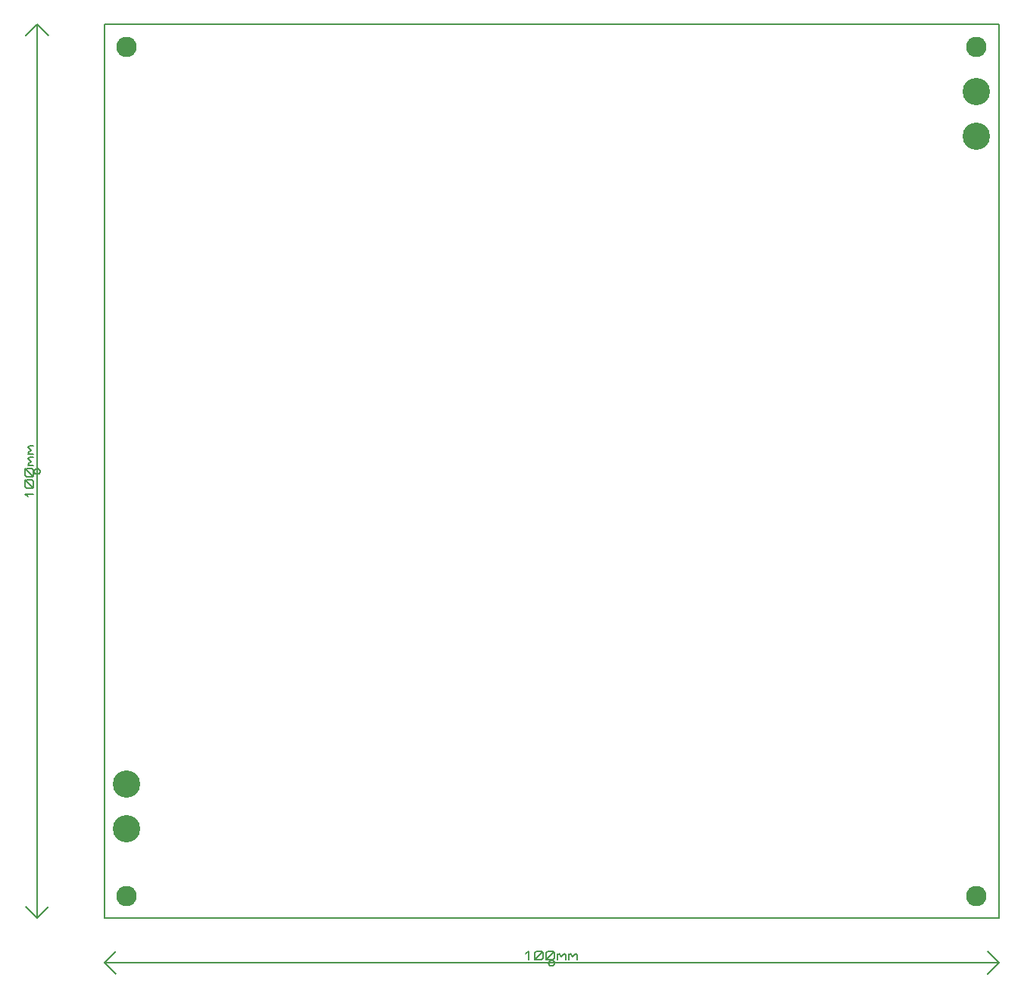
<source format=gbr>
G04 PROTEUS RS274X GERBER FILE*
%FSLAX45Y45*%
%MOMM*%
G01*
%ADD10C,3.048000*%
%ADD11C,2.286000*%
%ADD12C,0.203200*%
D10*
X-10500000Y-9000000D03*
X-10500000Y-9500000D03*
X-1000000Y-1250000D03*
X-1000000Y-1750000D03*
D11*
X-10500000Y-750000D03*
X-1000000Y-10250000D03*
X-1000000Y-750000D03*
X-10500000Y-10250000D03*
D12*
X-10750000Y-10500000D02*
X-750000Y-10500000D01*
X-750000Y-500000D01*
X-10750000Y-500000D01*
X-10750000Y-10500000D01*
X-10750000Y-11000000D02*
X-750000Y-11000000D01*
X-10750000Y-11000000D02*
X-10623000Y-11127000D01*
X-10750000Y-11000000D02*
X-10623000Y-10873000D01*
X-750000Y-11000000D02*
X-877000Y-10873000D01*
X-750000Y-11000000D02*
X-877000Y-11127000D01*
X-5718250Y-11000000D02*
X-5718359Y-10997366D01*
X-5719249Y-10992097D01*
X-5721111Y-10986828D01*
X-5724154Y-10981559D01*
X-5728809Y-10976357D01*
X-5734078Y-10972531D01*
X-5739347Y-10970091D01*
X-5744616Y-10968710D01*
X-5749885Y-10968250D01*
X-5750000Y-10968250D01*
X-5781750Y-11000000D02*
X-5781641Y-10997366D01*
X-5780751Y-10992097D01*
X-5778889Y-10986828D01*
X-5775846Y-10981559D01*
X-5771191Y-10976357D01*
X-5765922Y-10972531D01*
X-5760653Y-10970091D01*
X-5755384Y-10968710D01*
X-5750115Y-10968250D01*
X-5750000Y-10968250D01*
X-5781750Y-11000000D02*
X-5781641Y-11002634D01*
X-5780751Y-11007903D01*
X-5778889Y-11013172D01*
X-5775846Y-11018441D01*
X-5771191Y-11023643D01*
X-5765922Y-11027469D01*
X-5760653Y-11029909D01*
X-5755384Y-11031290D01*
X-5750115Y-11031750D01*
X-5750000Y-11031750D01*
X-5718250Y-11000000D02*
X-5718359Y-11002634D01*
X-5719249Y-11007903D01*
X-5721111Y-11013172D01*
X-5724154Y-11018441D01*
X-5728809Y-11023643D01*
X-5734078Y-11027469D01*
X-5739347Y-11029909D01*
X-5744616Y-11031290D01*
X-5749885Y-11031750D01*
X-5750000Y-11031750D01*
X-6035750Y-10898400D02*
X-6004000Y-10867920D01*
X-6004000Y-10959360D01*
X-5940500Y-10944120D02*
X-5940500Y-10883160D01*
X-5924625Y-10867920D01*
X-5861125Y-10867920D01*
X-5845250Y-10883160D01*
X-5845250Y-10944120D01*
X-5861125Y-10959360D01*
X-5924625Y-10959360D01*
X-5940500Y-10944120D01*
X-5940500Y-10959360D02*
X-5845250Y-10867920D01*
X-5813500Y-10944120D02*
X-5813500Y-10883160D01*
X-5797625Y-10867920D01*
X-5734125Y-10867920D01*
X-5718250Y-10883160D01*
X-5718250Y-10944120D01*
X-5734125Y-10959360D01*
X-5797625Y-10959360D01*
X-5813500Y-10944120D01*
X-5813500Y-10959360D02*
X-5718250Y-10867920D01*
X-5686500Y-10959360D02*
X-5686500Y-10898400D01*
X-5686500Y-10913640D02*
X-5670625Y-10898400D01*
X-5638875Y-10928880D01*
X-5607125Y-10898400D01*
X-5591250Y-10913640D01*
X-5591250Y-10959360D01*
X-5559500Y-10959360D02*
X-5559500Y-10898400D01*
X-5559500Y-10913640D02*
X-5543625Y-10898400D01*
X-5511875Y-10928880D01*
X-5480125Y-10898400D01*
X-5464250Y-10913640D01*
X-5464250Y-10959360D01*
X-11500000Y-10500000D02*
X-11500000Y-500000D01*
X-11500000Y-10500000D02*
X-11373000Y-10373000D01*
X-11500000Y-10500000D02*
X-11627000Y-10373000D01*
X-11500000Y-500000D02*
X-11627000Y-627000D01*
X-11500000Y-500000D02*
X-11373000Y-627000D01*
X-11468250Y-5500000D02*
X-11468359Y-5497366D01*
X-11469249Y-5492097D01*
X-11471111Y-5486828D01*
X-11474154Y-5481559D01*
X-11478809Y-5476357D01*
X-11484078Y-5472531D01*
X-11489347Y-5470091D01*
X-11494616Y-5468710D01*
X-11499885Y-5468250D01*
X-11500000Y-5468250D01*
X-11531750Y-5500000D02*
X-11531641Y-5497366D01*
X-11530751Y-5492097D01*
X-11528889Y-5486828D01*
X-11525846Y-5481559D01*
X-11521191Y-5476357D01*
X-11515922Y-5472531D01*
X-11510653Y-5470091D01*
X-11505384Y-5468710D01*
X-11500115Y-5468250D01*
X-11500000Y-5468250D01*
X-11531750Y-5500000D02*
X-11531641Y-5502634D01*
X-11530751Y-5507903D01*
X-11528889Y-5513172D01*
X-11525846Y-5518441D01*
X-11521191Y-5523643D01*
X-11515922Y-5527469D01*
X-11510653Y-5529909D01*
X-11505384Y-5531290D01*
X-11500115Y-5531750D01*
X-11500000Y-5531750D01*
X-11468250Y-5500000D02*
X-11468359Y-5502634D01*
X-11469249Y-5507903D01*
X-11471111Y-5513172D01*
X-11474154Y-5518441D01*
X-11478809Y-5523643D01*
X-11484078Y-5527469D01*
X-11489347Y-5529909D01*
X-11494616Y-5531290D01*
X-11499885Y-5531750D01*
X-11500000Y-5531750D01*
X-11601600Y-5785750D02*
X-11632080Y-5754000D01*
X-11540640Y-5754000D01*
X-11555880Y-5690500D02*
X-11616840Y-5690500D01*
X-11632080Y-5674625D01*
X-11632080Y-5611125D01*
X-11616840Y-5595250D01*
X-11555880Y-5595250D01*
X-11540640Y-5611125D01*
X-11540640Y-5674625D01*
X-11555880Y-5690500D01*
X-11540640Y-5690500D02*
X-11632080Y-5595250D01*
X-11555880Y-5563500D02*
X-11616840Y-5563500D01*
X-11632080Y-5547625D01*
X-11632080Y-5484125D01*
X-11616840Y-5468250D01*
X-11555880Y-5468250D01*
X-11540640Y-5484125D01*
X-11540640Y-5547625D01*
X-11555880Y-5563500D01*
X-11540640Y-5563500D02*
X-11632080Y-5468250D01*
X-11540640Y-5436500D02*
X-11601600Y-5436500D01*
X-11586360Y-5436500D02*
X-11601600Y-5420625D01*
X-11571120Y-5388875D01*
X-11601600Y-5357125D01*
X-11586360Y-5341250D01*
X-11540640Y-5341250D01*
X-11540640Y-5309500D02*
X-11601600Y-5309500D01*
X-11586360Y-5309500D02*
X-11601600Y-5293625D01*
X-11571120Y-5261875D01*
X-11601600Y-5230125D01*
X-11586360Y-5214250D01*
X-11540640Y-5214250D01*
M02*

</source>
